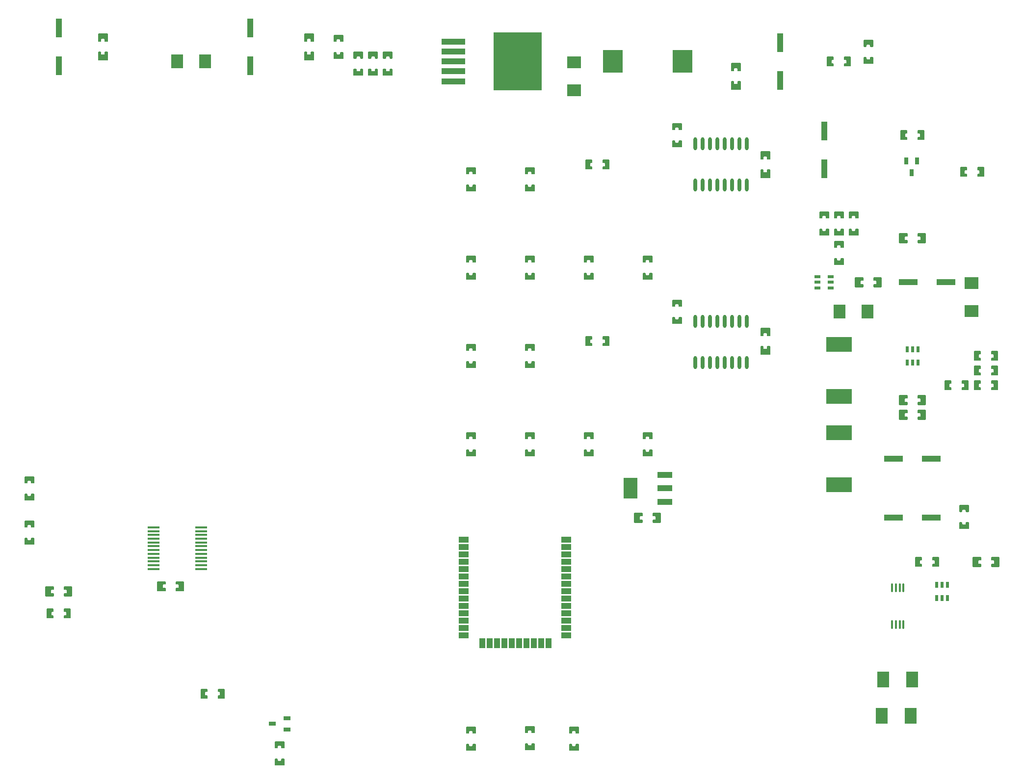
<source format=gtp>
G04 Layer: TopPasteMaskLayer*
G04 EasyEDA v6.5.40, 2024-05-11 17:08:49*
G04 43c8e0cd1118455ea74be200e722eb6b,361a7d54fb4a4915a4e9984872de9782,10*
G04 Gerber Generator version 0.2*
G04 Scale: 100 percent, Rotated: No, Reflected: No *
G04 Dimensions in millimeters *
G04 leading zeros omitted , absolute positions ,4 integer and 5 decimal *
%FSLAX45Y45*%
%MOMM*%

%AMMACRO1*21,1,$1,$2,0,0,$3*%
%ADD10R,1.1000X3.2000*%
%ADD11R,3.2000X1.1000*%
%ADD12MACRO1,4X1.0201X0.0000*%
%ADD13R,8.4000X10.0000*%
%ADD14R,0.5320X1.0720*%
%ADD15O,0.3999992X1.499997*%
%ADD16R,1.0720X0.5320*%
%ADD17R,2.0000X0.3800*%
%ADD18R,2.5000X1.1000*%
%ADD19MACRO1,3.6002X2.3398X-90.0000*%
%ADD20O,0.6020054X2.2310090000000002*%
%ADD21R,2.0000X2.8000*%
%ADD22R,3.5000X4.0000*%
%ADD23R,4.5000X2.5000*%
%ADD24R,1.8000X1.0008*%
%ADD25R,1.0008X1.8000*%
%ADD26R,2.0000X2.4000*%
%ADD27R,2.4000X2.0000*%
%ADD28R,0.7000X1.2500*%
%ADD29R,1.2500X0.7000*%
%ADD30R,0.0102X0.7000*%

%LPD*%
G36*
X5765596Y-274523D02*
G01*
X5755589Y-284480D01*
X5755589Y-413004D01*
X5765596Y-423011D01*
X5802630Y-423011D01*
X5812637Y-413004D01*
X5812637Y-382524D01*
X5822645Y-372516D01*
X5861354Y-372516D01*
X5871362Y-382524D01*
X5871362Y-413004D01*
X5881370Y-423011D01*
X5918403Y-423011D01*
X5928410Y-413004D01*
X5928410Y-284480D01*
X5918403Y-274523D01*
G37*
G36*
X5765596Y-592988D02*
G01*
X5755589Y-602996D01*
X5755589Y-731520D01*
X5765596Y-741476D01*
X5918403Y-741476D01*
X5928410Y-731520D01*
X5928410Y-602996D01*
X5918403Y-592988D01*
X5881370Y-592988D01*
X5871362Y-602996D01*
X5871362Y-633476D01*
X5861354Y-643483D01*
X5822645Y-643483D01*
X5812637Y-633476D01*
X5812637Y-602996D01*
X5802630Y-592988D01*
G37*
G36*
X13131596Y-1100988D02*
G01*
X13121589Y-1110996D01*
X13121589Y-1239520D01*
X13131596Y-1249476D01*
X13284403Y-1249476D01*
X13294410Y-1239520D01*
X13294410Y-1110996D01*
X13284403Y-1100988D01*
X13247369Y-1100988D01*
X13237362Y-1110996D01*
X13237362Y-1141476D01*
X13227354Y-1151483D01*
X13188645Y-1151483D01*
X13178637Y-1141476D01*
X13178637Y-1110996D01*
X13168630Y-1100988D01*
G37*
G36*
X13131596Y-782523D02*
G01*
X13121589Y-792480D01*
X13121589Y-921003D01*
X13131596Y-931011D01*
X13168630Y-931011D01*
X13178637Y-921003D01*
X13178637Y-890524D01*
X13188645Y-880516D01*
X13227354Y-880516D01*
X13237362Y-890524D01*
X13237362Y-921003D01*
X13247369Y-931011D01*
X13284403Y-931011D01*
X13294410Y-921003D01*
X13294410Y-792480D01*
X13284403Y-782523D01*
G37*
G36*
X16032480Y-6771589D02*
G01*
X16022523Y-6781596D01*
X16022523Y-6934403D01*
X16032480Y-6944410D01*
X16161004Y-6944410D01*
X16171011Y-6934403D01*
X16171011Y-6897370D01*
X16161004Y-6887362D01*
X16130524Y-6887362D01*
X16120516Y-6877354D01*
X16120516Y-6838645D01*
X16130524Y-6828637D01*
X16161004Y-6828637D01*
X16171011Y-6818630D01*
X16171011Y-6781596D01*
X16161004Y-6771589D01*
G37*
G36*
X16350996Y-6771589D02*
G01*
X16340988Y-6781596D01*
X16340988Y-6818630D01*
X16350996Y-6828637D01*
X16381476Y-6828637D01*
X16391483Y-6838645D01*
X16391483Y-6877354D01*
X16381476Y-6887362D01*
X16350996Y-6887362D01*
X16340988Y-6897370D01*
X16340988Y-6934403D01*
X16350996Y-6944410D01*
X16479519Y-6944410D01*
X16489476Y-6934403D01*
X16489476Y-6781596D01*
X16479519Y-6771589D01*
G37*
G36*
X15588996Y-4485589D02*
G01*
X15578988Y-4495596D01*
X15578988Y-4532630D01*
X15588996Y-4542637D01*
X15619476Y-4542637D01*
X15629483Y-4552645D01*
X15629483Y-4591354D01*
X15619476Y-4601362D01*
X15588996Y-4601362D01*
X15578988Y-4611370D01*
X15578988Y-4648403D01*
X15588996Y-4658410D01*
X15717519Y-4658410D01*
X15727476Y-4648403D01*
X15727476Y-4495596D01*
X15717519Y-4485589D01*
G37*
G36*
X15270480Y-4485589D02*
G01*
X15260523Y-4495596D01*
X15260523Y-4648403D01*
X15270480Y-4658410D01*
X15399004Y-4658410D01*
X15409011Y-4648403D01*
X15409011Y-4611370D01*
X15399004Y-4601362D01*
X15368524Y-4601362D01*
X15358516Y-4591354D01*
X15358516Y-4552645D01*
X15368524Y-4542637D01*
X15399004Y-4542637D01*
X15409011Y-4532630D01*
X15409011Y-4495596D01*
X15399004Y-4485589D01*
G37*
G36*
X16032480Y-6517589D02*
G01*
X16022523Y-6527596D01*
X16022523Y-6680403D01*
X16032480Y-6690410D01*
X16161004Y-6690410D01*
X16171011Y-6680403D01*
X16171011Y-6643370D01*
X16161004Y-6633362D01*
X16130524Y-6633362D01*
X16120516Y-6623354D01*
X16120516Y-6584645D01*
X16130524Y-6574637D01*
X16161004Y-6574637D01*
X16171011Y-6564630D01*
X16171011Y-6527596D01*
X16161004Y-6517589D01*
G37*
G36*
X16350996Y-6517589D02*
G01*
X16340988Y-6527596D01*
X16340988Y-6564630D01*
X16350996Y-6574637D01*
X16381476Y-6574637D01*
X16391483Y-6584645D01*
X16391483Y-6623354D01*
X16381476Y-6633362D01*
X16350996Y-6633362D01*
X16340988Y-6643370D01*
X16340988Y-6680403D01*
X16350996Y-6690410D01*
X16479519Y-6690410D01*
X16489476Y-6680403D01*
X16489476Y-6527596D01*
X16479519Y-6517589D01*
G37*
G36*
X16350996Y-3723589D02*
G01*
X16340988Y-3733596D01*
X16340988Y-3770629D01*
X16350996Y-3780637D01*
X16381476Y-3780637D01*
X16391483Y-3790645D01*
X16391483Y-3829354D01*
X16381476Y-3839362D01*
X16350996Y-3839362D01*
X16340988Y-3849370D01*
X16340988Y-3886403D01*
X16350996Y-3896410D01*
X16479519Y-3896410D01*
X16489476Y-3886403D01*
X16489476Y-3733596D01*
X16479519Y-3723589D01*
G37*
G36*
X16032480Y-3723589D02*
G01*
X16022523Y-3733596D01*
X16022523Y-3886403D01*
X16032480Y-3896410D01*
X16161004Y-3896410D01*
X16171011Y-3886403D01*
X16171011Y-3849370D01*
X16161004Y-3839362D01*
X16130524Y-3839362D01*
X16120516Y-3829354D01*
X16120516Y-3790645D01*
X16130524Y-3780637D01*
X16161004Y-3780637D01*
X16171011Y-3770629D01*
X16171011Y-3733596D01*
X16161004Y-3723589D01*
G37*
G36*
X13639596Y-2306523D02*
G01*
X13629589Y-2316480D01*
X13629589Y-2445004D01*
X13639596Y-2455011D01*
X13676630Y-2455011D01*
X13686637Y-2445004D01*
X13686637Y-2414524D01*
X13696645Y-2404516D01*
X13735354Y-2404516D01*
X13745362Y-2414524D01*
X13745362Y-2445004D01*
X13755369Y-2455011D01*
X13792403Y-2455011D01*
X13802410Y-2445004D01*
X13802410Y-2316480D01*
X13792403Y-2306523D01*
G37*
G36*
X13639596Y-2624988D02*
G01*
X13629589Y-2634996D01*
X13629589Y-2763520D01*
X13639596Y-2773476D01*
X13792403Y-2773476D01*
X13802410Y-2763520D01*
X13802410Y-2634996D01*
X13792403Y-2624988D01*
X13755369Y-2624988D01*
X13745362Y-2634996D01*
X13745362Y-2665476D01*
X13735354Y-2675483D01*
X13696645Y-2675483D01*
X13686637Y-2665476D01*
X13686637Y-2634996D01*
X13676630Y-2624988D01*
G37*
G36*
X1618996Y-9819589D02*
G01*
X1608988Y-9829596D01*
X1608988Y-9866630D01*
X1618996Y-9876637D01*
X1649475Y-9876637D01*
X1659483Y-9886645D01*
X1659483Y-9925354D01*
X1649475Y-9935362D01*
X1618996Y-9935362D01*
X1608988Y-9945370D01*
X1608988Y-9982403D01*
X1618996Y-9992410D01*
X1747520Y-9992410D01*
X1757476Y-9982403D01*
X1757476Y-9829596D01*
X1747520Y-9819589D01*
G37*
G36*
X1300480Y-9819589D02*
G01*
X1290523Y-9829596D01*
X1290523Y-9982403D01*
X1300480Y-9992410D01*
X1429004Y-9992410D01*
X1439011Y-9982403D01*
X1439011Y-9945370D01*
X1429004Y-9935362D01*
X1398524Y-9935362D01*
X1388516Y-9925354D01*
X1388516Y-9886645D01*
X1398524Y-9876637D01*
X1429004Y-9876637D01*
X1439011Y-9866630D01*
X1439011Y-9829596D01*
X1429004Y-9819589D01*
G37*
G36*
X13639596Y-5354523D02*
G01*
X13629589Y-5364480D01*
X13629589Y-5493004D01*
X13639596Y-5503011D01*
X13676630Y-5503011D01*
X13686637Y-5493004D01*
X13686637Y-5462524D01*
X13696645Y-5452516D01*
X13735354Y-5452516D01*
X13745362Y-5462524D01*
X13745362Y-5493004D01*
X13755369Y-5503011D01*
X13792403Y-5503011D01*
X13802410Y-5493004D01*
X13802410Y-5364480D01*
X13792403Y-5354523D01*
G37*
G36*
X13639596Y-5672988D02*
G01*
X13629589Y-5682996D01*
X13629589Y-5811520D01*
X13639596Y-5821476D01*
X13792403Y-5821476D01*
X13802410Y-5811520D01*
X13802410Y-5682996D01*
X13792403Y-5672988D01*
X13755369Y-5672988D01*
X13745362Y-5682996D01*
X13745362Y-5713476D01*
X13735354Y-5723483D01*
X13696645Y-5723483D01*
X13686637Y-5713476D01*
X13686637Y-5682996D01*
X13676630Y-5672988D01*
G37*
G36*
X5258917Y-12787477D02*
G01*
X5248960Y-12797485D01*
X5248960Y-12898221D01*
X5258917Y-12908229D01*
X5409031Y-12908229D01*
X5419039Y-12898221D01*
X5419039Y-12797485D01*
X5409031Y-12787477D01*
X5372912Y-12787477D01*
X5362905Y-12797485D01*
X5362905Y-12818516D01*
X5352897Y-12828524D01*
X5315051Y-12828524D01*
X5305094Y-12818516D01*
X5305094Y-12797485D01*
X5295087Y-12787477D01*
G37*
G36*
X5258917Y-12491720D02*
G01*
X5248960Y-12501727D01*
X5248960Y-12602464D01*
X5258917Y-12612471D01*
X5295087Y-12612471D01*
X5305094Y-12602464D01*
X5305094Y-12581432D01*
X5315051Y-12571425D01*
X5352897Y-12571425D01*
X5362905Y-12581432D01*
X5362905Y-12602464D01*
X5372912Y-12612471D01*
X5409031Y-12612471D01*
X5419039Y-12602464D01*
X5419039Y-12501727D01*
X5409031Y-12491720D01*
G37*
G36*
X8560968Y-2585770D02*
G01*
X8550960Y-2595727D01*
X8550960Y-2696514D01*
X8560968Y-2706522D01*
X8597087Y-2706522D01*
X8607094Y-2696514D01*
X8607094Y-2675432D01*
X8617102Y-2665425D01*
X8654897Y-2665425D01*
X8664905Y-2675432D01*
X8664905Y-2696514D01*
X8674912Y-2706522D01*
X8711031Y-2706522D01*
X8721039Y-2696514D01*
X8721039Y-2595727D01*
X8711031Y-2585770D01*
G37*
G36*
X8560968Y-2881477D02*
G01*
X8550960Y-2891485D01*
X8550960Y-2992272D01*
X8560968Y-3002229D01*
X8711031Y-3002229D01*
X8721039Y-2992272D01*
X8721039Y-2891485D01*
X8711031Y-2881477D01*
X8674912Y-2881477D01*
X8664905Y-2891485D01*
X8664905Y-2912567D01*
X8654897Y-2922574D01*
X8617102Y-2922574D01*
X8607094Y-2912567D01*
X8607094Y-2891485D01*
X8597087Y-2881477D01*
G37*
G36*
X10338968Y-12533477D02*
G01*
X10328960Y-12543485D01*
X10328960Y-12644272D01*
X10338968Y-12654229D01*
X10489031Y-12654229D01*
X10499039Y-12644272D01*
X10499039Y-12543485D01*
X10489031Y-12533477D01*
X10452912Y-12533477D01*
X10442905Y-12543485D01*
X10442905Y-12564567D01*
X10432897Y-12574574D01*
X10395102Y-12574574D01*
X10385094Y-12564567D01*
X10385094Y-12543485D01*
X10375087Y-12533477D01*
G37*
G36*
X10338968Y-12237770D02*
G01*
X10328960Y-12247727D01*
X10328960Y-12348514D01*
X10338968Y-12358522D01*
X10375087Y-12358522D01*
X10385094Y-12348514D01*
X10385094Y-12327432D01*
X10395102Y-12317425D01*
X10432897Y-12317425D01*
X10442905Y-12327432D01*
X10442905Y-12348514D01*
X10452912Y-12358522D01*
X10489031Y-12358522D01*
X10499039Y-12348514D01*
X10499039Y-12247727D01*
X10489031Y-12237770D01*
G37*
G36*
X9576968Y-2585770D02*
G01*
X9566960Y-2595727D01*
X9566960Y-2696514D01*
X9576968Y-2706522D01*
X9613087Y-2706522D01*
X9623094Y-2696514D01*
X9623094Y-2675432D01*
X9633102Y-2665425D01*
X9670897Y-2665425D01*
X9680905Y-2675432D01*
X9680905Y-2696514D01*
X9690912Y-2706522D01*
X9727031Y-2706522D01*
X9737039Y-2696514D01*
X9737039Y-2595727D01*
X9727031Y-2585770D01*
G37*
G36*
X9576968Y-2881477D02*
G01*
X9566960Y-2891485D01*
X9566960Y-2992272D01*
X9576968Y-3002229D01*
X9727031Y-3002229D01*
X9737039Y-2992272D01*
X9737039Y-2891485D01*
X9727031Y-2881477D01*
X9690912Y-2881477D01*
X9680905Y-2891485D01*
X9680905Y-2912567D01*
X9670897Y-2922574D01*
X9633102Y-2922574D01*
X9623094Y-2912567D01*
X9623094Y-2891485D01*
X9613087Y-2881477D01*
G37*
G36*
X10622127Y-2454960D02*
G01*
X10612170Y-2464968D01*
X10612170Y-2615031D01*
X10622127Y-2625039D01*
X10722914Y-2625039D01*
X10732922Y-2615031D01*
X10732922Y-2578912D01*
X10722914Y-2568905D01*
X10701832Y-2568905D01*
X10691825Y-2558897D01*
X10691825Y-2521102D01*
X10701832Y-2511094D01*
X10722914Y-2511094D01*
X10732922Y-2501087D01*
X10732922Y-2464968D01*
X10722914Y-2454960D01*
G37*
G36*
X10917885Y-2454960D02*
G01*
X10907877Y-2464968D01*
X10907877Y-2501087D01*
X10917885Y-2511094D01*
X10938967Y-2511094D01*
X10948974Y-2521102D01*
X10948974Y-2558897D01*
X10938967Y-2568905D01*
X10917885Y-2568905D01*
X10907877Y-2578912D01*
X10907877Y-2615031D01*
X10917885Y-2625039D01*
X11018672Y-2625039D01*
X11028629Y-2615031D01*
X11028629Y-2464968D01*
X11018672Y-2454960D01*
G37*
G36*
X12116968Y-1823770D02*
G01*
X12106960Y-1833727D01*
X12106960Y-1934514D01*
X12116968Y-1944522D01*
X12153087Y-1944522D01*
X12163094Y-1934514D01*
X12163094Y-1913432D01*
X12173102Y-1903425D01*
X12210897Y-1903425D01*
X12220905Y-1913432D01*
X12220905Y-1934514D01*
X12230912Y-1944522D01*
X12267031Y-1944522D01*
X12277039Y-1934514D01*
X12277039Y-1833727D01*
X12267031Y-1823770D01*
G37*
G36*
X12116968Y-2119477D02*
G01*
X12106960Y-2129485D01*
X12106960Y-2230272D01*
X12116968Y-2240229D01*
X12267031Y-2240229D01*
X12277039Y-2230272D01*
X12277039Y-2129485D01*
X12267031Y-2119477D01*
X12230912Y-2119477D01*
X12220905Y-2129485D01*
X12220905Y-2150567D01*
X12210897Y-2160574D01*
X12173102Y-2160574D01*
X12163094Y-2150567D01*
X12163094Y-2129485D01*
X12153087Y-2119477D01*
G37*
G36*
X8560968Y-4109770D02*
G01*
X8550960Y-4119727D01*
X8550960Y-4220514D01*
X8560968Y-4230522D01*
X8597087Y-4230522D01*
X8607094Y-4220514D01*
X8607094Y-4199432D01*
X8617102Y-4189425D01*
X8654897Y-4189425D01*
X8664905Y-4199432D01*
X8664905Y-4220514D01*
X8674912Y-4230522D01*
X8711031Y-4230522D01*
X8721039Y-4220514D01*
X8721039Y-4119727D01*
X8711031Y-4109770D01*
G37*
G36*
X8560968Y-4405477D02*
G01*
X8550960Y-4415485D01*
X8550960Y-4516272D01*
X8560968Y-4526229D01*
X8711031Y-4526229D01*
X8721039Y-4516272D01*
X8721039Y-4415485D01*
X8711031Y-4405477D01*
X8674912Y-4405477D01*
X8664905Y-4415485D01*
X8664905Y-4436567D01*
X8654897Y-4446574D01*
X8617102Y-4446574D01*
X8607094Y-4436567D01*
X8607094Y-4415485D01*
X8597087Y-4405477D01*
G37*
G36*
X9576968Y-4109770D02*
G01*
X9566960Y-4119727D01*
X9566960Y-4220514D01*
X9576968Y-4230522D01*
X9613087Y-4230522D01*
X9623094Y-4220514D01*
X9623094Y-4199432D01*
X9633102Y-4189425D01*
X9670897Y-4189425D01*
X9680905Y-4199432D01*
X9680905Y-4220514D01*
X9690912Y-4230522D01*
X9727031Y-4230522D01*
X9737039Y-4220514D01*
X9737039Y-4119727D01*
X9727031Y-4109770D01*
G37*
G36*
X9576968Y-4405477D02*
G01*
X9566960Y-4415485D01*
X9566960Y-4516272D01*
X9576968Y-4526229D01*
X9727031Y-4526229D01*
X9737039Y-4516272D01*
X9737039Y-4415485D01*
X9727031Y-4405477D01*
X9690912Y-4405477D01*
X9680905Y-4415485D01*
X9680905Y-4436567D01*
X9670897Y-4446574D01*
X9633102Y-4446574D01*
X9623094Y-4436567D01*
X9623094Y-4415485D01*
X9613087Y-4405477D01*
G37*
G36*
X10592968Y-4109770D02*
G01*
X10582960Y-4119727D01*
X10582960Y-4220514D01*
X10592968Y-4230522D01*
X10629087Y-4230522D01*
X10639094Y-4220514D01*
X10639094Y-4199432D01*
X10649102Y-4189425D01*
X10686897Y-4189425D01*
X10696905Y-4199432D01*
X10696905Y-4220514D01*
X10706912Y-4230522D01*
X10743031Y-4230522D01*
X10753039Y-4220514D01*
X10753039Y-4119727D01*
X10743031Y-4109770D01*
G37*
G36*
X10592968Y-4405477D02*
G01*
X10582960Y-4415485D01*
X10582960Y-4516272D01*
X10592968Y-4526229D01*
X10743031Y-4526229D01*
X10753039Y-4516272D01*
X10753039Y-4415485D01*
X10743031Y-4405477D01*
X10706912Y-4405477D01*
X10696905Y-4415485D01*
X10696905Y-4436567D01*
X10686897Y-4446574D01*
X10649102Y-4446574D01*
X10639094Y-4436567D01*
X10639094Y-4415485D01*
X10629087Y-4405477D01*
G37*
G36*
X11608968Y-4109770D02*
G01*
X11598960Y-4119727D01*
X11598960Y-4220514D01*
X11608968Y-4230522D01*
X11645087Y-4230522D01*
X11655094Y-4220514D01*
X11655094Y-4199432D01*
X11665102Y-4189425D01*
X11702897Y-4189425D01*
X11712905Y-4199432D01*
X11712905Y-4220514D01*
X11722912Y-4230522D01*
X11759031Y-4230522D01*
X11769039Y-4220514D01*
X11769039Y-4119727D01*
X11759031Y-4109770D01*
G37*
G36*
X11608968Y-4405477D02*
G01*
X11598960Y-4415485D01*
X11598960Y-4516272D01*
X11608968Y-4526229D01*
X11759031Y-4526229D01*
X11769039Y-4516272D01*
X11769039Y-4415485D01*
X11759031Y-4405477D01*
X11722912Y-4405477D01*
X11712905Y-4415485D01*
X11712905Y-4436567D01*
X11702897Y-4446574D01*
X11665102Y-4446574D01*
X11655094Y-4436567D01*
X11655094Y-4415485D01*
X11645087Y-4405477D01*
G37*
G36*
X8560968Y-5633770D02*
G01*
X8550960Y-5643727D01*
X8550960Y-5744514D01*
X8560968Y-5754522D01*
X8597087Y-5754522D01*
X8607094Y-5744514D01*
X8607094Y-5723432D01*
X8617102Y-5713425D01*
X8654897Y-5713425D01*
X8664905Y-5723432D01*
X8664905Y-5744514D01*
X8674912Y-5754522D01*
X8711031Y-5754522D01*
X8721039Y-5744514D01*
X8721039Y-5643727D01*
X8711031Y-5633770D01*
G37*
G36*
X8560968Y-5929477D02*
G01*
X8550960Y-5939485D01*
X8550960Y-6040272D01*
X8560968Y-6050229D01*
X8711031Y-6050229D01*
X8721039Y-6040272D01*
X8721039Y-5939485D01*
X8711031Y-5929477D01*
X8674912Y-5929477D01*
X8664905Y-5939485D01*
X8664905Y-5960567D01*
X8654897Y-5970574D01*
X8617102Y-5970574D01*
X8607094Y-5960567D01*
X8607094Y-5939485D01*
X8597087Y-5929477D01*
G37*
G36*
X9576968Y-5633770D02*
G01*
X9566960Y-5643727D01*
X9566960Y-5744514D01*
X9576968Y-5754522D01*
X9613087Y-5754522D01*
X9623094Y-5744514D01*
X9623094Y-5723432D01*
X9633102Y-5713425D01*
X9670897Y-5713425D01*
X9680905Y-5723432D01*
X9680905Y-5744514D01*
X9690912Y-5754522D01*
X9727031Y-5754522D01*
X9737039Y-5744514D01*
X9737039Y-5643727D01*
X9727031Y-5633770D01*
G37*
G36*
X9576968Y-5929477D02*
G01*
X9566960Y-5939485D01*
X9566960Y-6040272D01*
X9576968Y-6050229D01*
X9727031Y-6050229D01*
X9737039Y-6040272D01*
X9737039Y-5939485D01*
X9727031Y-5929477D01*
X9690912Y-5929477D01*
X9680905Y-5939485D01*
X9680905Y-5960567D01*
X9670897Y-5970574D01*
X9633102Y-5970574D01*
X9623094Y-5960567D01*
X9623094Y-5939485D01*
X9613087Y-5929477D01*
G37*
G36*
X9576968Y-12523571D02*
G01*
X9566960Y-12533579D01*
X9566960Y-12634366D01*
X9576968Y-12644323D01*
X9727031Y-12644323D01*
X9737039Y-12634366D01*
X9737039Y-12533579D01*
X9727031Y-12523571D01*
X9690912Y-12523571D01*
X9680905Y-12533579D01*
X9680905Y-12554661D01*
X9670897Y-12564668D01*
X9633102Y-12564668D01*
X9623094Y-12554661D01*
X9623094Y-12533579D01*
X9613087Y-12523571D01*
G37*
G36*
X9576968Y-12227864D02*
G01*
X9566960Y-12237821D01*
X9566960Y-12338608D01*
X9576968Y-12348616D01*
X9613087Y-12348616D01*
X9623094Y-12338608D01*
X9623094Y-12317526D01*
X9633102Y-12307519D01*
X9670897Y-12307519D01*
X9680905Y-12317526D01*
X9680905Y-12338608D01*
X9690912Y-12348616D01*
X9727031Y-12348616D01*
X9737039Y-12338608D01*
X9737039Y-12237821D01*
X9727031Y-12227864D01*
G37*
G36*
X10622127Y-5502960D02*
G01*
X10612170Y-5512968D01*
X10612170Y-5663031D01*
X10622127Y-5673039D01*
X10722914Y-5673039D01*
X10732922Y-5663031D01*
X10732922Y-5626912D01*
X10722914Y-5616905D01*
X10701832Y-5616905D01*
X10691825Y-5606897D01*
X10691825Y-5569102D01*
X10701832Y-5559094D01*
X10722914Y-5559094D01*
X10732922Y-5549087D01*
X10732922Y-5512968D01*
X10722914Y-5502960D01*
G37*
G36*
X10917885Y-5502960D02*
G01*
X10907877Y-5512968D01*
X10907877Y-5549087D01*
X10917885Y-5559094D01*
X10938967Y-5559094D01*
X10948974Y-5569102D01*
X10948974Y-5606897D01*
X10938967Y-5616905D01*
X10917885Y-5616905D01*
X10907877Y-5626912D01*
X10907877Y-5663031D01*
X10917885Y-5673039D01*
X11018672Y-5673039D01*
X11028629Y-5663031D01*
X11028629Y-5512968D01*
X11018672Y-5502960D01*
G37*
G36*
X8560968Y-12533477D02*
G01*
X8550960Y-12543485D01*
X8550960Y-12644272D01*
X8560968Y-12654229D01*
X8711031Y-12654229D01*
X8721039Y-12644272D01*
X8721039Y-12543485D01*
X8711031Y-12533477D01*
X8674912Y-12533477D01*
X8664905Y-12543485D01*
X8664905Y-12564567D01*
X8654897Y-12574574D01*
X8617102Y-12574574D01*
X8607094Y-12564567D01*
X8607094Y-12543485D01*
X8597087Y-12533477D01*
G37*
G36*
X8560968Y-12237770D02*
G01*
X8550960Y-12247727D01*
X8550960Y-12348514D01*
X8560968Y-12358522D01*
X8597087Y-12358522D01*
X8607094Y-12348514D01*
X8607094Y-12327432D01*
X8617102Y-12317425D01*
X8654897Y-12317425D01*
X8664905Y-12327432D01*
X8664905Y-12348514D01*
X8674912Y-12358522D01*
X8711031Y-12358522D01*
X8721039Y-12348514D01*
X8721039Y-12247727D01*
X8711031Y-12237770D01*
G37*
G36*
X12116968Y-4871770D02*
G01*
X12106960Y-4881727D01*
X12106960Y-4982514D01*
X12116968Y-4992522D01*
X12153087Y-4992522D01*
X12163094Y-4982514D01*
X12163094Y-4961432D01*
X12173102Y-4951425D01*
X12210897Y-4951425D01*
X12220905Y-4961432D01*
X12220905Y-4982514D01*
X12230912Y-4992522D01*
X12267031Y-4992522D01*
X12277039Y-4982514D01*
X12277039Y-4881727D01*
X12267031Y-4871770D01*
G37*
G36*
X12116968Y-5167477D02*
G01*
X12106960Y-5177485D01*
X12106960Y-5278272D01*
X12116968Y-5288229D01*
X12267031Y-5288229D01*
X12277039Y-5278272D01*
X12277039Y-5177485D01*
X12267031Y-5167477D01*
X12230912Y-5167477D01*
X12220905Y-5177485D01*
X12220905Y-5198567D01*
X12210897Y-5208574D01*
X12173102Y-5208574D01*
X12163094Y-5198567D01*
X12163094Y-5177485D01*
X12153087Y-5167477D01*
G37*
G36*
X8560968Y-7157770D02*
G01*
X8550960Y-7167727D01*
X8550960Y-7268514D01*
X8560968Y-7278522D01*
X8597087Y-7278522D01*
X8607094Y-7268514D01*
X8607094Y-7247432D01*
X8617102Y-7237425D01*
X8654897Y-7237425D01*
X8664905Y-7247432D01*
X8664905Y-7268514D01*
X8674912Y-7278522D01*
X8711031Y-7278522D01*
X8721039Y-7268514D01*
X8721039Y-7167727D01*
X8711031Y-7157770D01*
G37*
G36*
X8560968Y-7453477D02*
G01*
X8550960Y-7463485D01*
X8550960Y-7564272D01*
X8560968Y-7574229D01*
X8711031Y-7574229D01*
X8721039Y-7564272D01*
X8721039Y-7463485D01*
X8711031Y-7453477D01*
X8674912Y-7453477D01*
X8664905Y-7463485D01*
X8664905Y-7484567D01*
X8654897Y-7494574D01*
X8617102Y-7494574D01*
X8607094Y-7484567D01*
X8607094Y-7463485D01*
X8597087Y-7453477D01*
G37*
G36*
X9576968Y-7157770D02*
G01*
X9566960Y-7167727D01*
X9566960Y-7268514D01*
X9576968Y-7278522D01*
X9613087Y-7278522D01*
X9623094Y-7268514D01*
X9623094Y-7247432D01*
X9633102Y-7237425D01*
X9670897Y-7237425D01*
X9680905Y-7247432D01*
X9680905Y-7268514D01*
X9690912Y-7278522D01*
X9727031Y-7278522D01*
X9737039Y-7268514D01*
X9737039Y-7167727D01*
X9727031Y-7157770D01*
G37*
G36*
X9576968Y-7453477D02*
G01*
X9566960Y-7463485D01*
X9566960Y-7564272D01*
X9576968Y-7574229D01*
X9727031Y-7574229D01*
X9737039Y-7564272D01*
X9737039Y-7463485D01*
X9727031Y-7453477D01*
X9690912Y-7453477D01*
X9680905Y-7463485D01*
X9680905Y-7484567D01*
X9670897Y-7494574D01*
X9633102Y-7494574D01*
X9623094Y-7484567D01*
X9623094Y-7463485D01*
X9613087Y-7453477D01*
G37*
G36*
X10592968Y-7157770D02*
G01*
X10582960Y-7167727D01*
X10582960Y-7268514D01*
X10592968Y-7278522D01*
X10629087Y-7278522D01*
X10639094Y-7268514D01*
X10639094Y-7247432D01*
X10649102Y-7237425D01*
X10686897Y-7237425D01*
X10696905Y-7247432D01*
X10696905Y-7268514D01*
X10706912Y-7278522D01*
X10743031Y-7278522D01*
X10753039Y-7268514D01*
X10753039Y-7167727D01*
X10743031Y-7157770D01*
G37*
G36*
X10592968Y-7453477D02*
G01*
X10582960Y-7463485D01*
X10582960Y-7564272D01*
X10592968Y-7574229D01*
X10743031Y-7574229D01*
X10753039Y-7564272D01*
X10753039Y-7463485D01*
X10743031Y-7453477D01*
X10706912Y-7453477D01*
X10696905Y-7463485D01*
X10696905Y-7484567D01*
X10686897Y-7494574D01*
X10649102Y-7494574D01*
X10639094Y-7484567D01*
X10639094Y-7463485D01*
X10629087Y-7453477D01*
G37*
G36*
X1621485Y-10201960D02*
G01*
X1611477Y-10211968D01*
X1611477Y-10248087D01*
X1621485Y-10258094D01*
X1642567Y-10258094D01*
X1652574Y-10268102D01*
X1652574Y-10305897D01*
X1642567Y-10315905D01*
X1621485Y-10315905D01*
X1611477Y-10325912D01*
X1611477Y-10362031D01*
X1621485Y-10372039D01*
X1722272Y-10372039D01*
X1732229Y-10362031D01*
X1732229Y-10211968D01*
X1722272Y-10201960D01*
G37*
G36*
X1325727Y-10201960D02*
G01*
X1315770Y-10211968D01*
X1315770Y-10362031D01*
X1325727Y-10372039D01*
X1426514Y-10372039D01*
X1436522Y-10362031D01*
X1436522Y-10325912D01*
X1426514Y-10315905D01*
X1405432Y-10315905D01*
X1395425Y-10305897D01*
X1395425Y-10268102D01*
X1405432Y-10258094D01*
X1426514Y-10258094D01*
X1436522Y-10248087D01*
X1436522Y-10211968D01*
X1426514Y-10201960D01*
G37*
G36*
X11608968Y-7157770D02*
G01*
X11598960Y-7167727D01*
X11598960Y-7268514D01*
X11608968Y-7278522D01*
X11645087Y-7278522D01*
X11655094Y-7268514D01*
X11655094Y-7247432D01*
X11665102Y-7237425D01*
X11702897Y-7237425D01*
X11712905Y-7247432D01*
X11712905Y-7268514D01*
X11722912Y-7278522D01*
X11759031Y-7278522D01*
X11769039Y-7268514D01*
X11769039Y-7167727D01*
X11759031Y-7157770D01*
G37*
G36*
X11608968Y-7453477D02*
G01*
X11598960Y-7463485D01*
X11598960Y-7564272D01*
X11608968Y-7574229D01*
X11759031Y-7574229D01*
X11769039Y-7564272D01*
X11769039Y-7463485D01*
X11759031Y-7453477D01*
X11722912Y-7453477D01*
X11712905Y-7463485D01*
X11712905Y-7484567D01*
X11702897Y-7494574D01*
X11665102Y-7494574D01*
X11655094Y-7484567D01*
X11655094Y-7463485D01*
X11645087Y-7453477D01*
G37*
G36*
X2209596Y-274523D02*
G01*
X2199589Y-284480D01*
X2199589Y-413004D01*
X2209596Y-423011D01*
X2246630Y-423011D01*
X2256637Y-413004D01*
X2256637Y-382524D01*
X2266645Y-372516D01*
X2305354Y-372516D01*
X2315362Y-382524D01*
X2315362Y-413004D01*
X2325370Y-423011D01*
X2362403Y-423011D01*
X2372410Y-413004D01*
X2372410Y-284480D01*
X2362403Y-274523D01*
G37*
G36*
X2209596Y-592988D02*
G01*
X2199589Y-602996D01*
X2199589Y-731520D01*
X2209596Y-741476D01*
X2362403Y-741476D01*
X2372410Y-731520D01*
X2372410Y-602996D01*
X2362403Y-592988D01*
X2325370Y-592988D01*
X2315362Y-602996D01*
X2315362Y-633476D01*
X2305354Y-643483D01*
X2266645Y-643483D01*
X2256637Y-633476D01*
X2256637Y-602996D01*
X2246630Y-592988D01*
G37*
G36*
X17302480Y-9311589D02*
G01*
X17292523Y-9321596D01*
X17292523Y-9474403D01*
X17302480Y-9484410D01*
X17431004Y-9484410D01*
X17441011Y-9474403D01*
X17441011Y-9437370D01*
X17431004Y-9427362D01*
X17400524Y-9427362D01*
X17390516Y-9417354D01*
X17390516Y-9378645D01*
X17400524Y-9368637D01*
X17431004Y-9368637D01*
X17441011Y-9358630D01*
X17441011Y-9321596D01*
X17431004Y-9311589D01*
G37*
G36*
X17620996Y-9311589D02*
G01*
X17610988Y-9321596D01*
X17610988Y-9358630D01*
X17620996Y-9368637D01*
X17651476Y-9368637D01*
X17661483Y-9378645D01*
X17661483Y-9417354D01*
X17651476Y-9427362D01*
X17620996Y-9427362D01*
X17610988Y-9437370D01*
X17610988Y-9474403D01*
X17620996Y-9484410D01*
X17749520Y-9484410D01*
X17759476Y-9474403D01*
X17759476Y-9321596D01*
X17749520Y-9311589D01*
G37*
G36*
X3549396Y-9730689D02*
G01*
X3539388Y-9740696D01*
X3539388Y-9777730D01*
X3549396Y-9787737D01*
X3579876Y-9787737D01*
X3589883Y-9797745D01*
X3589883Y-9836454D01*
X3579876Y-9846462D01*
X3549396Y-9846462D01*
X3539388Y-9856470D01*
X3539388Y-9893503D01*
X3549396Y-9903510D01*
X3677920Y-9903510D01*
X3687876Y-9893503D01*
X3687876Y-9740696D01*
X3677920Y-9730689D01*
G37*
G36*
X3230880Y-9730689D02*
G01*
X3220923Y-9740696D01*
X3220923Y-9893503D01*
X3230880Y-9903510D01*
X3359404Y-9903510D01*
X3369411Y-9893503D01*
X3369411Y-9856470D01*
X3359404Y-9846462D01*
X3328924Y-9846462D01*
X3318916Y-9836454D01*
X3318916Y-9797745D01*
X3328924Y-9787737D01*
X3359404Y-9787737D01*
X3369411Y-9777730D01*
X3369411Y-9740696D01*
X3359404Y-9730689D01*
G37*
G36*
X11778996Y-8549589D02*
G01*
X11768988Y-8559596D01*
X11768988Y-8596630D01*
X11778996Y-8606637D01*
X11809476Y-8606637D01*
X11819483Y-8616645D01*
X11819483Y-8655354D01*
X11809476Y-8665362D01*
X11778996Y-8665362D01*
X11768988Y-8675370D01*
X11768988Y-8712403D01*
X11778996Y-8722410D01*
X11907520Y-8722410D01*
X11917476Y-8712403D01*
X11917476Y-8559596D01*
X11907520Y-8549589D01*
G37*
G36*
X11460480Y-8549589D02*
G01*
X11450523Y-8559596D01*
X11450523Y-8712403D01*
X11460480Y-8722410D01*
X11589004Y-8722410D01*
X11599011Y-8712403D01*
X11599011Y-8675370D01*
X11589004Y-8665362D01*
X11558524Y-8665362D01*
X11548516Y-8655354D01*
X11548516Y-8616645D01*
X11558524Y-8606637D01*
X11589004Y-8606637D01*
X11599011Y-8596630D01*
X11599011Y-8559596D01*
X11589004Y-8549589D01*
G37*
G36*
X6618122Y-592124D02*
G01*
X6608114Y-602081D01*
X6608114Y-702868D01*
X6618122Y-712876D01*
X6654241Y-712876D01*
X6664248Y-702868D01*
X6664248Y-681786D01*
X6674256Y-671779D01*
X6712051Y-671779D01*
X6722059Y-681786D01*
X6722059Y-702868D01*
X6732066Y-712876D01*
X6768185Y-712876D01*
X6778193Y-702868D01*
X6778193Y-602081D01*
X6768185Y-592124D01*
G37*
G36*
X6618122Y-887831D02*
G01*
X6608114Y-897839D01*
X6608114Y-998626D01*
X6618122Y-1008583D01*
X6768185Y-1008583D01*
X6778193Y-998626D01*
X6778193Y-897839D01*
X6768185Y-887831D01*
X6732066Y-887831D01*
X6722059Y-897839D01*
X6722059Y-918921D01*
X6712051Y-928928D01*
X6674256Y-928928D01*
X6664248Y-918921D01*
X6664248Y-897839D01*
X6654241Y-887831D01*
G37*
G36*
X6274968Y-299770D02*
G01*
X6264960Y-309727D01*
X6264960Y-410514D01*
X6274968Y-420522D01*
X6311087Y-420522D01*
X6321094Y-410514D01*
X6321094Y-389432D01*
X6331102Y-379425D01*
X6368897Y-379425D01*
X6378905Y-389432D01*
X6378905Y-410514D01*
X6388912Y-420522D01*
X6425031Y-420522D01*
X6435039Y-410514D01*
X6435039Y-309727D01*
X6425031Y-299770D01*
G37*
G36*
X6274968Y-595477D02*
G01*
X6264960Y-605485D01*
X6264960Y-706272D01*
X6274968Y-716229D01*
X6425031Y-716229D01*
X6435039Y-706272D01*
X6435039Y-605485D01*
X6425031Y-595477D01*
X6388912Y-595477D01*
X6378905Y-605485D01*
X6378905Y-626567D01*
X6368897Y-636574D01*
X6331102Y-636574D01*
X6321094Y-626567D01*
X6321094Y-605485D01*
X6311087Y-595477D01*
G37*
G36*
X6872122Y-592124D02*
G01*
X6862114Y-602081D01*
X6862114Y-702868D01*
X6872122Y-712876D01*
X6908241Y-712876D01*
X6918248Y-702868D01*
X6918248Y-681786D01*
X6928256Y-671779D01*
X6966051Y-671779D01*
X6976059Y-681786D01*
X6976059Y-702868D01*
X6986066Y-712876D01*
X7022185Y-712876D01*
X7032193Y-702868D01*
X7032193Y-602081D01*
X7022185Y-592124D01*
G37*
G36*
X6872122Y-887831D02*
G01*
X6862114Y-897839D01*
X6862114Y-998626D01*
X6872122Y-1008583D01*
X7022185Y-1008583D01*
X7032193Y-998626D01*
X7032193Y-897839D01*
X7022185Y-887831D01*
X6986066Y-887831D01*
X6976059Y-897839D01*
X6976059Y-918921D01*
X6966051Y-928928D01*
X6928256Y-928928D01*
X6918248Y-918921D01*
X6918248Y-897839D01*
X6908241Y-887831D01*
G37*
G36*
X7126122Y-592124D02*
G01*
X7116114Y-602081D01*
X7116114Y-702868D01*
X7126122Y-712876D01*
X7162241Y-712876D01*
X7172248Y-702868D01*
X7172248Y-681786D01*
X7182256Y-671779D01*
X7220051Y-671779D01*
X7230059Y-681786D01*
X7230059Y-702868D01*
X7240066Y-712876D01*
X7276185Y-712876D01*
X7286193Y-702868D01*
X7286193Y-602081D01*
X7276185Y-592124D01*
G37*
G36*
X7126122Y-887831D02*
G01*
X7116114Y-897839D01*
X7116114Y-998626D01*
X7126122Y-1008583D01*
X7276185Y-1008583D01*
X7286193Y-998626D01*
X7286193Y-897839D01*
X7276185Y-887831D01*
X7240066Y-887831D01*
X7230059Y-897839D01*
X7230059Y-918921D01*
X7220051Y-928928D01*
X7182256Y-928928D01*
X7172248Y-918921D01*
X7172248Y-897839D01*
X7162241Y-887831D01*
G37*
G36*
X16057727Y-1946960D02*
G01*
X16047770Y-1956968D01*
X16047770Y-2107031D01*
X16057727Y-2117039D01*
X16158514Y-2117039D01*
X16168522Y-2107031D01*
X16168522Y-2070912D01*
X16158514Y-2060905D01*
X16137432Y-2060905D01*
X16127425Y-2050897D01*
X16127425Y-2013102D01*
X16137432Y-2003094D01*
X16158514Y-2003094D01*
X16168522Y-1993087D01*
X16168522Y-1956968D01*
X16158514Y-1946960D01*
G37*
G36*
X16353485Y-1946960D02*
G01*
X16343477Y-1956968D01*
X16343477Y-1993087D01*
X16353485Y-2003094D01*
X16374567Y-2003094D01*
X16384574Y-2013102D01*
X16384574Y-2050897D01*
X16374567Y-2060905D01*
X16353485Y-2060905D01*
X16343477Y-2070912D01*
X16343477Y-2107031D01*
X16353485Y-2117039D01*
X16454272Y-2117039D01*
X16464229Y-2107031D01*
X16464229Y-1956968D01*
X16454272Y-1946960D01*
G37*
G36*
X17086427Y-2581960D02*
G01*
X17076470Y-2591968D01*
X17076470Y-2742031D01*
X17086427Y-2752039D01*
X17187214Y-2752039D01*
X17197222Y-2742031D01*
X17197222Y-2705912D01*
X17187214Y-2695905D01*
X17166132Y-2695905D01*
X17156125Y-2685897D01*
X17156125Y-2648102D01*
X17166132Y-2638094D01*
X17187214Y-2638094D01*
X17197222Y-2628087D01*
X17197222Y-2591968D01*
X17187214Y-2581960D01*
G37*
G36*
X17382185Y-2581960D02*
G01*
X17372177Y-2591968D01*
X17372177Y-2628087D01*
X17382185Y-2638094D01*
X17403267Y-2638094D01*
X17413274Y-2648102D01*
X17413274Y-2685897D01*
X17403267Y-2695905D01*
X17382185Y-2695905D01*
X17372177Y-2705912D01*
X17372177Y-2742031D01*
X17382185Y-2752039D01*
X17482972Y-2752039D01*
X17492929Y-2742031D01*
X17492929Y-2591968D01*
X17482972Y-2581960D01*
G37*
G36*
X15418968Y-684377D02*
G01*
X15408960Y-694385D01*
X15408960Y-795172D01*
X15418968Y-805129D01*
X15569031Y-805129D01*
X15579039Y-795172D01*
X15579039Y-694385D01*
X15569031Y-684377D01*
X15532912Y-684377D01*
X15522905Y-694385D01*
X15522905Y-715467D01*
X15512897Y-725474D01*
X15475102Y-725474D01*
X15465094Y-715467D01*
X15465094Y-694385D01*
X15455087Y-684377D01*
G37*
G36*
X15418968Y-388670D02*
G01*
X15408960Y-398627D01*
X15408960Y-499414D01*
X15418968Y-509422D01*
X15455087Y-509422D01*
X15465094Y-499414D01*
X15465094Y-478332D01*
X15475102Y-468325D01*
X15512897Y-468325D01*
X15522905Y-478332D01*
X15522905Y-499414D01*
X15532912Y-509422D01*
X15569031Y-509422D01*
X15579039Y-499414D01*
X15579039Y-398627D01*
X15569031Y-388670D01*
G37*
G36*
X14787727Y-676960D02*
G01*
X14777770Y-686968D01*
X14777770Y-837031D01*
X14787727Y-847039D01*
X14888514Y-847039D01*
X14898522Y-837031D01*
X14898522Y-800912D01*
X14888514Y-790905D01*
X14867432Y-790905D01*
X14857425Y-780897D01*
X14857425Y-743102D01*
X14867432Y-733094D01*
X14888514Y-733094D01*
X14898522Y-723087D01*
X14898522Y-686968D01*
X14888514Y-676960D01*
G37*
G36*
X15083485Y-676960D02*
G01*
X15073477Y-686968D01*
X15073477Y-723087D01*
X15083485Y-733094D01*
X15104567Y-733094D01*
X15114574Y-743102D01*
X15114574Y-780897D01*
X15104567Y-790905D01*
X15083485Y-790905D01*
X15073477Y-800912D01*
X15073477Y-837031D01*
X15083485Y-847039D01*
X15184272Y-847039D01*
X15194229Y-837031D01*
X15194229Y-686968D01*
X15184272Y-676960D01*
G37*
G36*
X17069917Y-8415020D02*
G01*
X17059910Y-8425027D01*
X17059910Y-8525764D01*
X17069917Y-8535771D01*
X17106036Y-8535771D01*
X17116044Y-8525764D01*
X17116044Y-8504732D01*
X17126051Y-8494725D01*
X17163897Y-8494725D01*
X17173905Y-8504732D01*
X17173905Y-8525764D01*
X17183862Y-8535771D01*
X17220031Y-8535771D01*
X17229988Y-8525764D01*
X17229988Y-8425027D01*
X17220031Y-8415020D01*
G37*
G36*
X17069917Y-8710777D02*
G01*
X17059910Y-8720785D01*
X17059910Y-8821521D01*
X17069917Y-8831529D01*
X17220031Y-8831529D01*
X17229988Y-8821521D01*
X17229988Y-8720785D01*
X17220031Y-8710777D01*
X17183862Y-8710777D01*
X17173905Y-8720785D01*
X17173905Y-8741816D01*
X17163897Y-8751824D01*
X17126051Y-8751824D01*
X17116044Y-8741816D01*
X17116044Y-8720785D01*
X17106036Y-8710777D01*
G37*
G36*
X16607485Y-9312960D02*
G01*
X16597477Y-9322968D01*
X16597477Y-9359087D01*
X16607485Y-9369094D01*
X16628567Y-9369094D01*
X16638574Y-9379102D01*
X16638574Y-9416897D01*
X16628567Y-9426905D01*
X16607485Y-9426905D01*
X16597477Y-9436912D01*
X16597477Y-9473031D01*
X16607485Y-9483039D01*
X16708272Y-9483039D01*
X16718229Y-9473031D01*
X16718229Y-9322968D01*
X16708272Y-9312960D01*
G37*
G36*
X16311727Y-9312960D02*
G01*
X16301770Y-9322968D01*
X16301770Y-9473031D01*
X16311727Y-9483039D01*
X16412514Y-9483039D01*
X16422522Y-9473031D01*
X16422522Y-9436912D01*
X16412514Y-9426905D01*
X16391432Y-9426905D01*
X16381425Y-9416897D01*
X16381425Y-9379102D01*
X16391432Y-9369094D01*
X16412514Y-9369094D01*
X16422522Y-9359087D01*
X16422522Y-9322968D01*
X16412514Y-9312960D01*
G37*
G36*
X14656968Y-3347770D02*
G01*
X14646960Y-3357727D01*
X14646960Y-3458514D01*
X14656968Y-3468522D01*
X14693087Y-3468522D01*
X14703094Y-3458514D01*
X14703094Y-3437432D01*
X14713102Y-3427425D01*
X14750897Y-3427425D01*
X14760905Y-3437432D01*
X14760905Y-3458514D01*
X14770912Y-3468522D01*
X14807031Y-3468522D01*
X14817039Y-3458514D01*
X14817039Y-3357727D01*
X14807031Y-3347770D01*
G37*
G36*
X14656968Y-3643477D02*
G01*
X14646960Y-3653485D01*
X14646960Y-3754272D01*
X14656968Y-3764229D01*
X14807031Y-3764229D01*
X14817039Y-3754272D01*
X14817039Y-3653485D01*
X14807031Y-3643477D01*
X14770912Y-3643477D01*
X14760905Y-3653485D01*
X14760905Y-3674567D01*
X14750897Y-3684574D01*
X14713102Y-3684574D01*
X14703094Y-3674567D01*
X14703094Y-3653485D01*
X14693087Y-3643477D01*
G37*
G36*
X14910968Y-3347770D02*
G01*
X14900960Y-3357727D01*
X14900960Y-3458514D01*
X14910968Y-3468522D01*
X14947087Y-3468522D01*
X14957094Y-3458514D01*
X14957094Y-3437432D01*
X14967102Y-3427425D01*
X15004897Y-3427425D01*
X15014905Y-3437432D01*
X15014905Y-3458514D01*
X15024912Y-3468522D01*
X15061031Y-3468522D01*
X15071039Y-3458514D01*
X15071039Y-3357727D01*
X15061031Y-3347770D01*
G37*
G36*
X14910968Y-3643477D02*
G01*
X14900960Y-3653485D01*
X14900960Y-3754272D01*
X14910968Y-3764229D01*
X15061031Y-3764229D01*
X15071039Y-3754272D01*
X15071039Y-3653485D01*
X15061031Y-3643477D01*
X15024912Y-3643477D01*
X15014905Y-3653485D01*
X15014905Y-3674567D01*
X15004897Y-3684574D01*
X14967102Y-3684574D01*
X14957094Y-3674567D01*
X14957094Y-3653485D01*
X14947087Y-3643477D01*
G37*
G36*
X15164968Y-3347770D02*
G01*
X15154960Y-3357727D01*
X15154960Y-3458514D01*
X15164968Y-3468522D01*
X15201087Y-3468522D01*
X15211094Y-3458514D01*
X15211094Y-3437432D01*
X15221102Y-3427425D01*
X15258897Y-3427425D01*
X15268905Y-3437432D01*
X15268905Y-3458514D01*
X15278912Y-3468522D01*
X15315031Y-3468522D01*
X15325039Y-3458514D01*
X15325039Y-3357727D01*
X15315031Y-3347770D01*
G37*
G36*
X15164968Y-3643477D02*
G01*
X15154960Y-3653485D01*
X15154960Y-3754272D01*
X15164968Y-3764229D01*
X15315031Y-3764229D01*
X15325039Y-3754272D01*
X15325039Y-3653485D01*
X15315031Y-3643477D01*
X15278912Y-3643477D01*
X15268905Y-3653485D01*
X15268905Y-3674567D01*
X15258897Y-3684574D01*
X15221102Y-3684574D01*
X15211094Y-3674567D01*
X15211094Y-3653485D01*
X15201087Y-3643477D01*
G37*
G36*
X14910968Y-3855770D02*
G01*
X14900960Y-3865727D01*
X14900960Y-3966514D01*
X14910968Y-3976522D01*
X14947087Y-3976522D01*
X14957094Y-3966514D01*
X14957094Y-3945432D01*
X14967102Y-3935425D01*
X15004897Y-3935425D01*
X15014905Y-3945432D01*
X15014905Y-3966514D01*
X15024912Y-3976522D01*
X15061031Y-3976522D01*
X15071039Y-3966514D01*
X15071039Y-3865727D01*
X15061031Y-3855770D01*
G37*
G36*
X14910968Y-4151477D02*
G01*
X14900960Y-4161485D01*
X14900960Y-4262272D01*
X14910968Y-4272229D01*
X15061031Y-4272229D01*
X15071039Y-4262272D01*
X15071039Y-4161485D01*
X15061031Y-4151477D01*
X15024912Y-4151477D01*
X15014905Y-4161485D01*
X15014905Y-4182567D01*
X15004897Y-4192574D01*
X14967102Y-4192574D01*
X14957094Y-4182567D01*
X14957094Y-4161485D01*
X14947087Y-4151477D01*
G37*
G36*
X940968Y-8215477D02*
G01*
X930960Y-8225485D01*
X930960Y-8326272D01*
X940968Y-8336229D01*
X1091031Y-8336229D01*
X1101039Y-8326272D01*
X1101039Y-8225485D01*
X1091031Y-8215477D01*
X1054912Y-8215477D01*
X1044905Y-8225485D01*
X1044905Y-8246567D01*
X1034897Y-8256574D01*
X997102Y-8256574D01*
X987094Y-8246567D01*
X987094Y-8225485D01*
X977087Y-8215477D01*
G37*
G36*
X940968Y-7919770D02*
G01*
X930960Y-7929727D01*
X930960Y-8030514D01*
X940968Y-8040522D01*
X977087Y-8040522D01*
X987094Y-8030514D01*
X987094Y-8009432D01*
X997102Y-7999425D01*
X1034897Y-7999425D01*
X1044905Y-8009432D01*
X1044905Y-8030514D01*
X1054912Y-8040522D01*
X1091031Y-8040522D01*
X1101039Y-8030514D01*
X1101039Y-7929727D01*
X1091031Y-7919770D01*
G37*
G36*
X940968Y-8977477D02*
G01*
X930960Y-8987485D01*
X930960Y-9088272D01*
X940968Y-9098229D01*
X1091031Y-9098229D01*
X1101039Y-9088272D01*
X1101039Y-8987485D01*
X1091031Y-8977477D01*
X1054912Y-8977477D01*
X1044905Y-8987485D01*
X1044905Y-9008567D01*
X1034897Y-9018574D01*
X997102Y-9018574D01*
X987094Y-9008567D01*
X987094Y-8987485D01*
X977087Y-8977477D01*
G37*
G36*
X940968Y-8681770D02*
G01*
X930960Y-8691727D01*
X930960Y-8792514D01*
X940968Y-8802522D01*
X977087Y-8802522D01*
X987094Y-8792514D01*
X987094Y-8771432D01*
X997102Y-8761425D01*
X1034897Y-8761425D01*
X1044905Y-8771432D01*
X1044905Y-8792514D01*
X1054912Y-8802522D01*
X1091031Y-8802522D01*
X1101039Y-8792514D01*
X1101039Y-8691727D01*
X1091031Y-8681770D01*
G37*
G36*
X17623485Y-5756960D02*
G01*
X17613477Y-5766968D01*
X17613477Y-5803087D01*
X17623485Y-5813094D01*
X17644567Y-5813094D01*
X17654574Y-5823102D01*
X17654574Y-5860897D01*
X17644567Y-5870905D01*
X17623485Y-5870905D01*
X17613477Y-5880912D01*
X17613477Y-5917031D01*
X17623485Y-5927039D01*
X17724272Y-5927039D01*
X17734229Y-5917031D01*
X17734229Y-5766968D01*
X17724272Y-5756960D01*
G37*
G36*
X17327727Y-5756960D02*
G01*
X17317770Y-5766968D01*
X17317770Y-5917031D01*
X17327727Y-5927039D01*
X17428514Y-5927039D01*
X17438522Y-5917031D01*
X17438522Y-5880912D01*
X17428514Y-5870905D01*
X17407432Y-5870905D01*
X17397425Y-5860897D01*
X17397425Y-5823102D01*
X17407432Y-5813094D01*
X17428514Y-5813094D01*
X17438522Y-5803087D01*
X17438522Y-5766968D01*
X17428514Y-5756960D01*
G37*
G36*
X17623485Y-6010960D02*
G01*
X17613477Y-6020968D01*
X17613477Y-6057087D01*
X17623485Y-6067094D01*
X17644567Y-6067094D01*
X17654574Y-6077102D01*
X17654574Y-6114897D01*
X17644567Y-6124905D01*
X17623485Y-6124905D01*
X17613477Y-6134912D01*
X17613477Y-6171031D01*
X17623485Y-6181039D01*
X17724272Y-6181039D01*
X17734229Y-6171031D01*
X17734229Y-6020968D01*
X17724272Y-6010960D01*
G37*
G36*
X17327727Y-6010960D02*
G01*
X17317770Y-6020968D01*
X17317770Y-6171031D01*
X17327727Y-6181039D01*
X17428514Y-6181039D01*
X17438522Y-6171031D01*
X17438522Y-6134912D01*
X17428514Y-6124905D01*
X17407432Y-6124905D01*
X17397425Y-6114897D01*
X17397425Y-6077102D01*
X17407432Y-6067094D01*
X17428514Y-6067094D01*
X17438522Y-6057087D01*
X17438522Y-6020968D01*
X17428514Y-6010960D01*
G37*
G36*
X17623485Y-6264960D02*
G01*
X17613477Y-6274968D01*
X17613477Y-6311087D01*
X17623485Y-6321094D01*
X17644567Y-6321094D01*
X17654574Y-6331102D01*
X17654574Y-6368897D01*
X17644567Y-6378905D01*
X17623485Y-6378905D01*
X17613477Y-6388912D01*
X17613477Y-6425031D01*
X17623485Y-6435039D01*
X17724272Y-6435039D01*
X17734229Y-6425031D01*
X17734229Y-6274968D01*
X17724272Y-6264960D01*
G37*
G36*
X17327727Y-6264960D02*
G01*
X17317770Y-6274968D01*
X17317770Y-6425031D01*
X17327727Y-6435039D01*
X17428514Y-6435039D01*
X17438522Y-6425031D01*
X17438522Y-6388912D01*
X17428514Y-6378905D01*
X17407432Y-6378905D01*
X17397425Y-6368897D01*
X17397425Y-6331102D01*
X17407432Y-6321094D01*
X17428514Y-6321094D01*
X17438522Y-6311087D01*
X17438522Y-6274968D01*
X17428514Y-6264960D01*
G37*
G36*
X17115485Y-6264960D02*
G01*
X17105477Y-6274968D01*
X17105477Y-6311087D01*
X17115485Y-6321094D01*
X17136567Y-6321094D01*
X17146574Y-6331102D01*
X17146574Y-6368897D01*
X17136567Y-6378905D01*
X17115485Y-6378905D01*
X17105477Y-6388912D01*
X17105477Y-6425031D01*
X17115485Y-6435039D01*
X17216272Y-6435039D01*
X17226229Y-6425031D01*
X17226229Y-6274968D01*
X17216272Y-6264960D01*
G37*
G36*
X16819727Y-6264960D02*
G01*
X16809770Y-6274968D01*
X16809770Y-6425031D01*
X16819727Y-6435039D01*
X16920514Y-6435039D01*
X16930522Y-6425031D01*
X16930522Y-6388912D01*
X16920514Y-6378905D01*
X16899432Y-6378905D01*
X16889425Y-6368897D01*
X16889425Y-6331102D01*
X16899432Y-6321094D01*
X16920514Y-6321094D01*
X16930522Y-6311087D01*
X16930522Y-6274968D01*
X16920514Y-6264960D01*
G37*
G36*
X3980027Y-11586210D02*
G01*
X3970020Y-11596217D01*
X3970020Y-11746331D01*
X3980027Y-11756339D01*
X4080814Y-11756339D01*
X4090771Y-11746331D01*
X4090771Y-11710212D01*
X4080814Y-11700205D01*
X4059732Y-11700205D01*
X4049725Y-11690197D01*
X4049725Y-11652351D01*
X4059732Y-11642344D01*
X4080814Y-11642344D01*
X4090771Y-11632336D01*
X4090771Y-11596217D01*
X4080814Y-11586210D01*
G37*
G36*
X4275785Y-11586210D02*
G01*
X4265777Y-11596217D01*
X4265777Y-11632336D01*
X4275785Y-11642344D01*
X4296867Y-11642344D01*
X4306824Y-11652351D01*
X4306824Y-11690197D01*
X4296867Y-11700205D01*
X4275785Y-11700205D01*
X4265777Y-11710212D01*
X4265777Y-11746331D01*
X4275785Y-11756339D01*
X4376521Y-11756339D01*
X4386529Y-11746331D01*
X4386529Y-11596217D01*
X4376521Y-11586210D01*
G37*
D10*
G01*
X4826000Y-181610D03*
G01*
X4826000Y-834389D03*
G01*
X13970000Y-1088389D03*
G01*
X13970000Y-435610D03*
D11*
G01*
X16582390Y-7620000D03*
G01*
X15929609Y-7620000D03*
D10*
G01*
X14732000Y-2612389D03*
G01*
X14732000Y-1959610D03*
D11*
G01*
X16582390Y-8636000D03*
G01*
X15929609Y-8636000D03*
G01*
X16183609Y-4572000D03*
G01*
X16836390Y-4572000D03*
D12*
G01*
X8335162Y-422249D03*
G01*
X8335162Y-592251D03*
G01*
X8335162Y-762253D03*
G01*
X8335162Y-932256D03*
G01*
X8335162Y-1102258D03*
D13*
G01*
X9445142Y-762254D03*
D14*
G01*
X16858995Y-9791090D03*
G01*
X16764000Y-9791090D03*
G01*
X16669004Y-9791090D03*
G01*
X16669004Y-10020909D03*
G01*
X16764000Y-10020909D03*
G01*
X16858995Y-10020909D03*
D15*
G01*
X15904463Y-10480039D03*
G01*
X15969488Y-10480039D03*
G01*
X16034511Y-10480039D03*
G01*
X16099536Y-10480039D03*
G01*
X15904463Y-9839960D03*
G01*
X15969488Y-9839960D03*
G01*
X16034511Y-9839960D03*
G01*
X16099536Y-9839960D03*
D16*
G01*
X14846909Y-4666995D03*
G01*
X14846909Y-4572000D03*
G01*
X14846909Y-4477004D03*
G01*
X14617090Y-4477004D03*
G01*
X14617090Y-4572000D03*
G01*
X14617090Y-4666995D03*
D14*
G01*
X16161004Y-5956909D03*
G01*
X16256000Y-5956909D03*
G01*
X16350995Y-5956909D03*
G01*
X16350995Y-5727090D03*
G01*
X16256000Y-5727090D03*
G01*
X16161004Y-5727090D03*
D17*
G01*
X3162554Y-9193276D03*
G01*
X3162554Y-9128277D03*
G01*
X3162554Y-9063278D03*
G01*
X3162554Y-8998280D03*
G01*
X3162554Y-8933281D03*
G01*
X3162554Y-9258274D03*
G01*
X3162554Y-9323273D03*
G01*
X3162554Y-9518269D03*
G01*
X3162554Y-8868283D03*
G01*
X3162554Y-9388271D03*
G01*
X3162554Y-9453270D03*
G01*
X3162554Y-8803284D03*
G01*
X3982567Y-8803259D03*
G01*
X3982567Y-9453245D03*
G01*
X3982567Y-9388246D03*
G01*
X3982567Y-8868257D03*
G01*
X3982567Y-9518243D03*
G01*
X3982567Y-9323247D03*
G01*
X3982567Y-9258249D03*
G01*
X3982567Y-8933256D03*
G01*
X3982567Y-8998254D03*
G01*
X3982567Y-9063253D03*
G01*
X3982567Y-9128252D03*
G01*
X3982567Y-9193276D03*
D18*
G01*
X11981078Y-8357996D03*
G01*
X11981078Y-8128000D03*
G01*
X11981078Y-7898003D03*
D19*
G01*
X11387099Y-8128000D03*
D20*
G01*
X12509500Y-2896539D03*
G01*
X12636500Y-2896539D03*
G01*
X12763500Y-2896539D03*
G01*
X12890500Y-2896539D03*
G01*
X13017500Y-2896539D03*
G01*
X13144500Y-2896539D03*
G01*
X13271500Y-2896539D03*
G01*
X13398500Y-2896539D03*
G01*
X12509500Y-2183460D03*
G01*
X12636500Y-2183460D03*
G01*
X12763500Y-2183460D03*
G01*
X12890500Y-2183460D03*
G01*
X13017500Y-2183460D03*
G01*
X13144500Y-2183460D03*
G01*
X13271500Y-2183460D03*
G01*
X13398500Y-2183460D03*
G01*
X12509500Y-5957239D03*
G01*
X12636500Y-5957239D03*
G01*
X12763500Y-5957239D03*
G01*
X12890500Y-5957239D03*
G01*
X13017500Y-5957239D03*
G01*
X13144500Y-5957239D03*
G01*
X13271500Y-5957239D03*
G01*
X13398500Y-5957239D03*
G01*
X12509500Y-5244160D03*
G01*
X12636500Y-5244160D03*
G01*
X12763500Y-5244160D03*
G01*
X12890500Y-5244160D03*
G01*
X13017500Y-5244160D03*
G01*
X13144500Y-5244160D03*
G01*
X13271500Y-5244160D03*
G01*
X13398500Y-5244160D03*
D21*
G01*
X16251986Y-11430000D03*
G01*
X15752013Y-11430000D03*
G01*
X16226586Y-12052300D03*
G01*
X15726613Y-12052300D03*
D22*
G01*
X12283998Y-762000D03*
G01*
X11084001Y-762000D03*
D23*
G01*
X14986000Y-6546011D03*
G01*
X14986000Y-5645988D03*
G01*
X14986000Y-7169988D03*
G01*
X14986000Y-8070011D03*
D24*
G01*
X8512936Y-9394037D03*
G01*
X8512936Y-9521037D03*
G01*
X8512936Y-9648037D03*
G01*
X8512936Y-9775037D03*
G01*
X8512936Y-9902037D03*
G01*
X8512936Y-10029037D03*
G01*
X8512936Y-10156037D03*
G01*
X8512936Y-10283037D03*
D25*
G01*
X9972040Y-10799114D03*
D24*
G01*
X10283063Y-10664037D03*
G01*
X10283063Y-10537037D03*
G01*
X10283063Y-10410037D03*
G01*
X10283063Y-10283037D03*
G01*
X10283063Y-10156037D03*
G01*
X10283063Y-10029037D03*
G01*
X10283063Y-9902037D03*
D25*
G01*
X9083040Y-10799114D03*
D24*
G01*
X8512936Y-10410037D03*
G01*
X8512936Y-10537037D03*
G01*
X8512936Y-10664037D03*
D25*
G01*
X8829040Y-10799114D03*
G01*
X8956040Y-10799114D03*
D24*
G01*
X8512936Y-9267037D03*
G01*
X8512936Y-9140037D03*
G01*
X8512936Y-9013037D03*
D25*
G01*
X9210040Y-10799114D03*
G01*
X9337040Y-10799114D03*
G01*
X9464040Y-10799114D03*
G01*
X9845040Y-10799114D03*
G01*
X9718040Y-10799114D03*
G01*
X9591040Y-10799114D03*
D24*
G01*
X10283063Y-9775037D03*
G01*
X10283063Y-9648037D03*
G01*
X10283063Y-9521037D03*
G01*
X10283063Y-9394037D03*
G01*
X10283063Y-9267037D03*
G01*
X10283063Y-9140037D03*
G01*
X10283063Y-9013037D03*
D26*
G01*
X3570097Y-761974D03*
G01*
X4050080Y-761974D03*
D27*
G01*
X10414088Y-1255966D03*
G01*
X10414088Y-775982D03*
D26*
G01*
X15000097Y-5079974D03*
G01*
X15480080Y-5079974D03*
D27*
G01*
X17272088Y-5065966D03*
G01*
X17272088Y-4585982D03*
D10*
G01*
X1524000Y-181610D03*
G01*
X1524000Y-834389D03*
D28*
G01*
X16338295Y-2478100D03*
G01*
X16148304Y-2478100D03*
G01*
X16243300Y-2678099D03*
D29*
G01*
X5209031Y-12192000D03*
G01*
X5458968Y-12097004D03*
G01*
X5458968Y-12286995D03*
M02*

</source>
